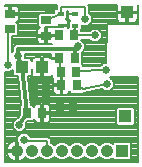
<source format=gbl>
G75*
%MOIN*%
%OFA0B0*%
%FSLAX25Y25*%
%IPPOS*%
%LPD*%
%AMOC8*
5,1,8,0,0,1.08239X$1,22.5*
%
%ADD10R,0.02756X0.03543*%
%ADD11R,0.03543X0.02756*%
%ADD12R,0.04331X0.03937*%
%ADD13R,0.04200X0.04200*%
%ADD14C,0.04200*%
%ADD15R,0.02165X0.01772*%
%ADD16C,0.00787*%
%ADD17R,0.02578X0.02578*%
%ADD18C,0.00800*%
%ADD19C,0.02578*%
%ADD20C,0.01200*%
D10*
X0011428Y0019031D03*
X0016546Y0019031D03*
X0023003Y0028283D03*
X0022767Y0032850D03*
X0022255Y0037260D03*
X0027373Y0037260D03*
X0027885Y0032850D03*
X0028121Y0028283D03*
X0027255Y0044937D03*
X0022137Y0044937D03*
D11*
X0017963Y0044858D03*
X0017963Y0049976D03*
X0005719Y0052102D03*
X0005719Y0046984D03*
D12*
X0009893Y0034268D03*
X0016585Y0034268D03*
D13*
X0043160Y0006394D03*
X0044263Y0017969D03*
X0044932Y0052575D03*
D14*
X0038160Y0006394D03*
X0033160Y0006394D03*
X0028160Y0006394D03*
X0023160Y0006394D03*
X0018160Y0006394D03*
X0013160Y0006394D03*
X0008160Y0006394D03*
D15*
X0022747Y0048224D03*
X0022747Y0051965D03*
X0027668Y0051965D03*
X0027668Y0048224D03*
D16*
X0004042Y0032677D02*
X0004042Y0002787D01*
X0048499Y0002787D01*
X0048499Y0031025D01*
X0039128Y0030899D01*
X0040443Y0029583D01*
X0040443Y0027692D01*
X0039106Y0026355D01*
X0037215Y0026355D01*
X0036636Y0026934D01*
X0030667Y0025794D01*
X0030198Y0025645D01*
X0030114Y0025689D01*
X0030073Y0025681D01*
X0029910Y0025518D01*
X0026331Y0025518D01*
X0025749Y0026100D01*
X0025749Y0026234D01*
X0025679Y0025974D01*
X0025496Y0025656D01*
X0025236Y0025397D01*
X0024919Y0025213D01*
X0024564Y0025118D01*
X0023298Y0025118D01*
X0023298Y0027988D01*
X0022707Y0027988D01*
X0020231Y0027988D01*
X0020231Y0026328D01*
X0020326Y0025974D01*
X0020510Y0025656D01*
X0020769Y0025397D01*
X0021087Y0025213D01*
X0021441Y0025118D01*
X0022707Y0025118D01*
X0022707Y0027988D01*
X0022707Y0028579D01*
X0020231Y0028579D01*
X0020231Y0030239D01*
X0020242Y0030278D01*
X0020090Y0030541D01*
X0019995Y0030895D01*
X0019995Y0031667D01*
X0019866Y0031443D01*
X0019607Y0031184D01*
X0019289Y0031000D01*
X0018934Y0030906D01*
X0016979Y0030906D01*
X0016979Y0033874D01*
X0016192Y0033874D01*
X0016192Y0030906D01*
X0014237Y0030906D01*
X0013882Y0031000D01*
X0013564Y0031184D01*
X0013305Y0031443D01*
X0013121Y0031761D01*
X0013052Y0032022D01*
X0013052Y0031888D01*
X0012469Y0031306D01*
X0011793Y0031306D01*
X0012751Y0021797D01*
X0013218Y0021797D01*
X0013800Y0021215D01*
X0013800Y0021081D01*
X0013869Y0021341D01*
X0014053Y0021659D01*
X0014312Y0021918D01*
X0014630Y0022102D01*
X0014985Y0022197D01*
X0016251Y0022197D01*
X0016251Y0019327D01*
X0016841Y0019327D01*
X0016841Y0022197D01*
X0018107Y0022197D01*
X0018462Y0022102D01*
X0018780Y0021918D01*
X0019039Y0021659D01*
X0019223Y0021341D01*
X0019318Y0020987D01*
X0019318Y0019327D01*
X0016841Y0019327D01*
X0016841Y0018736D01*
X0016841Y0015866D01*
X0018107Y0015866D01*
X0018462Y0015961D01*
X0018780Y0016145D01*
X0019039Y0016404D01*
X0019223Y0016722D01*
X0019318Y0017076D01*
X0019318Y0018736D01*
X0016841Y0018736D01*
X0016251Y0018736D01*
X0016251Y0015866D01*
X0014985Y0015866D01*
X0014630Y0015961D01*
X0014312Y0016145D01*
X0014053Y0016404D01*
X0013869Y0016722D01*
X0013800Y0016982D01*
X0013800Y0016848D01*
X0013218Y0016266D01*
X0011564Y0016266D01*
X0011270Y0015800D01*
X0011270Y0014228D01*
X0009933Y0012891D01*
X0008041Y0012891D01*
X0006704Y0014228D01*
X0006704Y0016119D01*
X0008041Y0017456D01*
X0008545Y0017456D01*
X0009056Y0018264D01*
X0009056Y0021215D01*
X0009556Y0021714D01*
X0008589Y0031306D01*
X0007316Y0031306D01*
X0006733Y0031888D01*
X0006733Y0033353D01*
X0005996Y0032615D01*
X0004104Y0032615D01*
X0004042Y0032677D01*
X0004042Y0032044D02*
X0006733Y0032044D01*
X0006733Y0032830D02*
X0006211Y0032830D01*
X0005050Y0034898D02*
X0005050Y0046315D01*
X0005719Y0046984D01*
X0006437Y0044613D02*
X0007903Y0044613D01*
X0008485Y0045195D01*
X0008485Y0048774D01*
X0007903Y0049356D01*
X0007768Y0049356D01*
X0008029Y0049426D01*
X0008347Y0049609D01*
X0008606Y0049869D01*
X0008790Y0050186D01*
X0008885Y0050541D01*
X0008885Y0051807D01*
X0006015Y0051807D01*
X0006015Y0052398D01*
X0005424Y0052398D01*
X0005424Y0054874D01*
X0004042Y0054874D01*
X0004042Y0055118D01*
X0021517Y0055118D01*
X0021359Y0054961D01*
X0021359Y0053844D01*
X0021253Y0053844D01*
X0020670Y0053262D01*
X0020670Y0052604D01*
X0020055Y0052348D01*
X0015780Y0052348D01*
X0015198Y0051766D01*
X0015198Y0048187D01*
X0015780Y0047605D01*
X0015914Y0047605D01*
X0015654Y0047535D01*
X0015336Y0047351D01*
X0015076Y0047092D01*
X0014893Y0046774D01*
X0014798Y0046420D01*
X0014798Y0045154D01*
X0017668Y0045154D01*
X0017668Y0047605D01*
X0018259Y0047605D01*
X0018259Y0045154D01*
X0017668Y0045154D01*
X0017668Y0044563D01*
X0014798Y0044563D01*
X0014798Y0043297D01*
X0014893Y0042942D01*
X0015076Y0042625D01*
X0015336Y0042365D01*
X0015654Y0042182D01*
X0016008Y0042087D01*
X0017668Y0042087D01*
X0017668Y0044563D01*
X0018259Y0044563D01*
X0018259Y0045154D01*
X0021129Y0045154D01*
X0021129Y0045232D01*
X0021841Y0045232D01*
X0021841Y0044642D01*
X0019365Y0044642D01*
X0019365Y0044563D01*
X0018259Y0044563D01*
X0018259Y0042087D01*
X0019866Y0042087D01*
X0019903Y0042050D01*
X0019937Y0042031D01*
X0008435Y0042003D01*
X0007776Y0042003D01*
X0007774Y0042002D01*
X0007772Y0042002D01*
X0007308Y0041535D01*
X0006842Y0041070D01*
X0006842Y0041067D01*
X0006841Y0041066D01*
X0006842Y0040408D01*
X0006842Y0039642D01*
X0006437Y0039238D01*
X0006437Y0044613D01*
X0006437Y0043833D02*
X0014798Y0043833D01*
X0014865Y0043047D02*
X0006437Y0043047D01*
X0006437Y0042261D02*
X0015516Y0042261D01*
X0017668Y0042261D02*
X0018259Y0042261D01*
X0018259Y0043047D02*
X0017668Y0043047D01*
X0017668Y0043833D02*
X0018259Y0043833D01*
X0018259Y0044619D02*
X0019365Y0044619D01*
X0018259Y0045405D02*
X0017668Y0045405D01*
X0017668Y0046191D02*
X0018259Y0046191D01*
X0018259Y0046977D02*
X0017668Y0046977D01*
X0017668Y0044619D02*
X0007909Y0044619D01*
X0008485Y0045405D02*
X0014798Y0045405D01*
X0014798Y0046191D02*
X0008485Y0046191D01*
X0008485Y0046977D02*
X0015010Y0046977D01*
X0015622Y0047763D02*
X0008485Y0047763D01*
X0008485Y0048548D02*
X0015198Y0048548D01*
X0015198Y0049334D02*
X0007924Y0049334D01*
X0008751Y0050120D02*
X0015198Y0050120D01*
X0015198Y0050906D02*
X0008885Y0050906D01*
X0008885Y0051692D02*
X0015198Y0051692D01*
X0017963Y0049976D02*
X0022747Y0051965D01*
X0022747Y0054386D01*
X0030759Y0054386D01*
X0030759Y0050094D01*
X0030877Y0050094D01*
X0030837Y0050488D01*
X0032146Y0052408D02*
X0032146Y0054961D01*
X0031988Y0055118D01*
X0041508Y0055118D01*
X0041438Y0054858D01*
X0041438Y0052881D01*
X0044626Y0052881D01*
X0044626Y0052268D01*
X0045238Y0052268D01*
X0045238Y0049081D01*
X0047215Y0049081D01*
X0047570Y0049176D01*
X0047888Y0049360D01*
X0048147Y0049619D01*
X0048331Y0049937D01*
X0048426Y0050291D01*
X0048426Y0052268D01*
X0045238Y0052268D01*
X0045238Y0052881D01*
X0048426Y0052881D01*
X0048426Y0054858D01*
X0048356Y0055118D01*
X0048499Y0055118D01*
X0048499Y0048638D01*
X0038081Y0048638D01*
X0037937Y0035566D01*
X0036782Y0035566D01*
X0035872Y0034656D01*
X0030256Y0034611D01*
X0030256Y0035034D01*
X0029744Y0035545D01*
X0029744Y0039199D01*
X0030837Y0040291D01*
X0030837Y0042182D01*
X0029626Y0043392D01*
X0029626Y0043536D01*
X0032333Y0043521D01*
X0033238Y0042615D01*
X0035129Y0042615D01*
X0036467Y0043952D01*
X0036467Y0045843D01*
X0035129Y0047180D01*
X0033238Y0047180D01*
X0032353Y0046295D01*
X0029626Y0046311D01*
X0029626Y0046809D01*
X0029744Y0046927D01*
X0029744Y0048353D01*
X0029892Y0048206D01*
X0031783Y0048206D01*
X0033120Y0049543D01*
X0033120Y0051434D01*
X0032146Y0052408D01*
X0032146Y0052478D02*
X0044626Y0052478D01*
X0044626Y0052268D02*
X0041438Y0052268D01*
X0041438Y0050291D01*
X0041533Y0049937D01*
X0041717Y0049619D01*
X0041976Y0049360D01*
X0042294Y0049176D01*
X0042648Y0049081D01*
X0044626Y0049081D01*
X0044626Y0052268D01*
X0044626Y0051692D02*
X0045238Y0051692D01*
X0045238Y0050906D02*
X0044626Y0050906D01*
X0044626Y0050120D02*
X0045238Y0050120D01*
X0045238Y0049334D02*
X0044626Y0049334D01*
X0042020Y0049334D02*
X0032912Y0049334D01*
X0032126Y0048548D02*
X0038081Y0048548D01*
X0038072Y0047763D02*
X0029744Y0047763D01*
X0029744Y0046977D02*
X0033035Y0046977D01*
X0034184Y0044898D02*
X0027255Y0044937D01*
X0027333Y0045665D01*
X0027668Y0048224D01*
X0025922Y0049852D02*
X0025592Y0049522D01*
X0025592Y0047702D01*
X0025465Y0047702D01*
X0025223Y0047460D01*
X0025223Y0048175D01*
X0022796Y0048175D01*
X0022796Y0048274D01*
X0025223Y0048274D01*
X0025223Y0049294D01*
X0025128Y0049648D01*
X0024945Y0049966D01*
X0024685Y0050225D01*
X0024493Y0050337D01*
X0024823Y0050667D01*
X0024823Y0052998D01*
X0025192Y0052998D01*
X0025192Y0052014D01*
X0027619Y0052014D01*
X0027619Y0051915D01*
X0025192Y0051915D01*
X0025192Y0050895D01*
X0025287Y0050541D01*
X0025470Y0050223D01*
X0025730Y0049963D01*
X0025922Y0049852D01*
X0025573Y0050120D02*
X0024790Y0050120D01*
X0024823Y0050906D02*
X0025192Y0050906D01*
X0025192Y0051692D02*
X0024823Y0051692D01*
X0024823Y0052478D02*
X0025192Y0052478D01*
X0025212Y0049334D02*
X0025592Y0049334D01*
X0025592Y0048548D02*
X0025223Y0048548D01*
X0025223Y0047763D02*
X0025592Y0047763D01*
X0029971Y0043047D02*
X0032806Y0043047D01*
X0030837Y0041475D02*
X0038002Y0041475D01*
X0037993Y0040689D02*
X0030837Y0040689D01*
X0030449Y0039903D02*
X0037985Y0039903D01*
X0037976Y0039118D02*
X0029744Y0039118D01*
X0029744Y0038332D02*
X0037967Y0038332D01*
X0037959Y0037546D02*
X0029744Y0037546D01*
X0029744Y0036760D02*
X0037950Y0036760D01*
X0037941Y0035974D02*
X0029744Y0035974D01*
X0030102Y0035188D02*
X0036403Y0035188D01*
X0037727Y0033283D02*
X0027885Y0033205D01*
X0027885Y0032850D01*
X0028121Y0028283D02*
X0030326Y0027142D01*
X0038160Y0028638D01*
X0039554Y0030472D02*
X0048499Y0030472D01*
X0048499Y0029687D02*
X0040340Y0029687D01*
X0040443Y0028901D02*
X0048499Y0028901D01*
X0048499Y0028115D02*
X0040443Y0028115D01*
X0040079Y0027329D02*
X0048499Y0027329D01*
X0048499Y0026543D02*
X0039294Y0026543D01*
X0037027Y0026543D02*
X0034587Y0026543D01*
X0030549Y0025757D02*
X0048499Y0025757D01*
X0048499Y0024971D02*
X0012431Y0024971D01*
X0012510Y0024185D02*
X0048499Y0024185D01*
X0048499Y0023399D02*
X0012590Y0023399D01*
X0012669Y0022613D02*
X0048499Y0022613D01*
X0048499Y0021827D02*
X0018871Y0021827D01*
X0019303Y0021042D02*
X0041730Y0021042D01*
X0041751Y0021062D02*
X0041169Y0020480D01*
X0041169Y0015457D01*
X0041751Y0014875D01*
X0046774Y0014875D01*
X0047356Y0015457D01*
X0047356Y0020480D01*
X0046774Y0021062D01*
X0041751Y0021062D01*
X0041169Y0020256D02*
X0019318Y0020256D01*
X0019318Y0019470D02*
X0041169Y0019470D01*
X0041169Y0018684D02*
X0019318Y0018684D01*
X0019318Y0017898D02*
X0041169Y0017898D01*
X0041169Y0017112D02*
X0019318Y0017112D01*
X0018961Y0016326D02*
X0041169Y0016326D01*
X0041169Y0015540D02*
X0011270Y0015540D01*
X0011270Y0014754D02*
X0048499Y0014754D01*
X0048499Y0013968D02*
X0011010Y0013968D01*
X0010224Y0013182D02*
X0048499Y0013182D01*
X0048499Y0012396D02*
X0011645Y0012396D01*
X0011547Y0012495D02*
X0009656Y0012495D01*
X0008319Y0011158D01*
X0008319Y0009267D01*
X0008467Y0009119D01*
X0008467Y0006700D01*
X0007854Y0006700D01*
X0007854Y0009887D01*
X0007816Y0009887D01*
X0007141Y0009753D01*
X0006505Y0009490D01*
X0005933Y0009107D01*
X0005446Y0008621D01*
X0005064Y0008049D01*
X0004801Y0007413D01*
X0004667Y0006738D01*
X0004667Y0006700D01*
X0007854Y0006700D01*
X0007854Y0006087D01*
X0008467Y0006087D01*
X0008467Y0002900D01*
X0008504Y0002900D01*
X0009179Y0003034D01*
X0009815Y0003298D01*
X0010387Y0003680D01*
X0010874Y0004167D01*
X0010929Y0004249D01*
X0011408Y0003771D01*
X0012545Y0003300D01*
X0013776Y0003300D01*
X0014913Y0003771D01*
X0015660Y0004519D01*
X0016408Y0003771D01*
X0017545Y0003300D01*
X0018776Y0003300D01*
X0019913Y0003771D01*
X0020660Y0004519D01*
X0021408Y0003771D01*
X0022545Y0003300D01*
X0023776Y0003300D01*
X0024913Y0003771D01*
X0025660Y0004519D01*
X0026408Y0003771D01*
X0027545Y0003300D01*
X0028776Y0003300D01*
X0029913Y0003771D01*
X0030660Y0004519D01*
X0031408Y0003771D01*
X0032545Y0003300D01*
X0033776Y0003300D01*
X0034913Y0003771D01*
X0035660Y0004519D01*
X0036408Y0003771D01*
X0037545Y0003300D01*
X0038776Y0003300D01*
X0039913Y0003771D01*
X0040067Y0003925D01*
X0040067Y0003882D01*
X0040649Y0003300D01*
X0045672Y0003300D01*
X0046254Y0003882D01*
X0046254Y0008905D01*
X0045672Y0009487D01*
X0040649Y0009487D01*
X0040067Y0008905D01*
X0040067Y0008863D01*
X0039913Y0009016D01*
X0038776Y0009487D01*
X0037545Y0009487D01*
X0036408Y0009016D01*
X0035660Y0008269D01*
X0034913Y0009016D01*
X0033776Y0009487D01*
X0032545Y0009487D01*
X0031408Y0009016D01*
X0030660Y0008269D01*
X0029913Y0009016D01*
X0028776Y0009487D01*
X0027545Y0009487D01*
X0026408Y0009016D01*
X0025660Y0008269D01*
X0024913Y0009016D01*
X0023776Y0009487D01*
X0022545Y0009487D01*
X0021408Y0009016D01*
X0020660Y0008269D01*
X0019913Y0009016D01*
X0019587Y0009151D01*
X0019587Y0010236D01*
X0018774Y0011049D01*
X0012884Y0011049D01*
X0012884Y0011158D01*
X0011547Y0012495D01*
X0012431Y0011611D02*
X0048499Y0011611D01*
X0048499Y0010825D02*
X0018998Y0010825D01*
X0019587Y0010039D02*
X0048499Y0010039D01*
X0048499Y0009253D02*
X0045906Y0009253D01*
X0046254Y0008467D02*
X0048499Y0008467D01*
X0048499Y0007681D02*
X0046254Y0007681D01*
X0046254Y0006895D02*
X0048499Y0006895D01*
X0048499Y0006109D02*
X0046254Y0006109D01*
X0046254Y0005323D02*
X0048499Y0005323D01*
X0048499Y0004537D02*
X0046254Y0004537D01*
X0046123Y0003751D02*
X0048499Y0003751D01*
X0048499Y0002966D02*
X0008834Y0002966D01*
X0008467Y0002966D02*
X0007854Y0002966D01*
X0007854Y0002900D02*
X0007854Y0006087D01*
X0004667Y0006087D01*
X0004667Y0006050D01*
X0004801Y0005375D01*
X0005064Y0004739D01*
X0005446Y0004167D01*
X0005933Y0003680D01*
X0006505Y0003298D01*
X0007141Y0003034D01*
X0007816Y0002900D01*
X0007854Y0002900D01*
X0007487Y0002966D02*
X0004042Y0002966D01*
X0004042Y0003751D02*
X0005862Y0003751D01*
X0005199Y0004537D02*
X0004042Y0004537D01*
X0004042Y0005323D02*
X0004822Y0005323D01*
X0004042Y0006109D02*
X0007854Y0006109D01*
X0007854Y0005323D02*
X0008467Y0005323D01*
X0008467Y0004537D02*
X0007854Y0004537D01*
X0007854Y0003751D02*
X0008467Y0003751D01*
X0010459Y0003751D02*
X0011455Y0003751D01*
X0008467Y0006895D02*
X0007854Y0006895D01*
X0007854Y0007681D02*
X0008467Y0007681D01*
X0008467Y0008467D02*
X0007854Y0008467D01*
X0007854Y0009253D02*
X0008333Y0009253D01*
X0008319Y0010039D02*
X0004042Y0010039D01*
X0004042Y0010825D02*
X0008319Y0010825D01*
X0008771Y0011611D02*
X0004042Y0011611D01*
X0004042Y0012396D02*
X0009557Y0012396D01*
X0007750Y0013182D02*
X0004042Y0013182D01*
X0004042Y0013968D02*
X0006964Y0013968D01*
X0006704Y0014754D02*
X0004042Y0014754D01*
X0004042Y0015540D02*
X0006704Y0015540D01*
X0006912Y0016326D02*
X0004042Y0016326D01*
X0004042Y0017112D02*
X0007698Y0017112D01*
X0008825Y0017898D02*
X0004042Y0017898D01*
X0004042Y0018684D02*
X0009056Y0018684D01*
X0009056Y0019470D02*
X0004042Y0019470D01*
X0004042Y0020256D02*
X0009056Y0020256D01*
X0009056Y0021042D02*
X0004042Y0021042D01*
X0004042Y0021827D02*
X0009544Y0021827D01*
X0009465Y0022613D02*
X0004042Y0022613D01*
X0004042Y0023399D02*
X0009386Y0023399D01*
X0009307Y0024185D02*
X0004042Y0024185D01*
X0004042Y0024971D02*
X0009228Y0024971D01*
X0009148Y0025757D02*
X0004042Y0025757D01*
X0004042Y0026543D02*
X0009069Y0026543D01*
X0008990Y0027329D02*
X0004042Y0027329D01*
X0004042Y0028115D02*
X0008911Y0028115D01*
X0008832Y0028901D02*
X0004042Y0028901D01*
X0004042Y0029687D02*
X0008752Y0029687D01*
X0008673Y0030472D02*
X0004042Y0030472D01*
X0004042Y0031258D02*
X0008594Y0031258D01*
X0011798Y0031258D02*
X0013490Y0031258D01*
X0011877Y0030472D02*
X0020129Y0030472D01*
X0020231Y0029687D02*
X0011956Y0029687D01*
X0012035Y0028901D02*
X0020231Y0028901D01*
X0020231Y0027329D02*
X0012194Y0027329D01*
X0012273Y0026543D02*
X0020231Y0026543D01*
X0020451Y0025757D02*
X0012352Y0025757D01*
X0013593Y0024937D02*
X0013948Y0023362D01*
X0013593Y0024937D02*
X0013278Y0033677D01*
X0013052Y0036514D02*
X0013052Y0036648D01*
X0012469Y0037230D01*
X0010718Y0037230D01*
X0010718Y0038821D01*
X0019483Y0038842D01*
X0019483Y0037555D01*
X0021959Y0037555D01*
X0021959Y0036965D01*
X0019940Y0036965D01*
X0019866Y0037092D01*
X0019607Y0037351D01*
X0019289Y0037535D01*
X0018934Y0037630D01*
X0016979Y0037630D01*
X0016979Y0034661D01*
X0016192Y0034661D01*
X0016192Y0037630D01*
X0014237Y0037630D01*
X0013882Y0037535D01*
X0013564Y0037351D01*
X0013305Y0037092D01*
X0013121Y0036774D01*
X0013052Y0036514D01*
X0013118Y0036760D02*
X0012940Y0036760D01*
X0013922Y0037546D02*
X0010718Y0037546D01*
X0010718Y0038332D02*
X0019483Y0038332D01*
X0019249Y0037546D02*
X0021959Y0037546D01*
X0021959Y0036964D02*
X0022550Y0036964D01*
X0022550Y0034094D01*
X0023062Y0034094D01*
X0023062Y0033146D01*
X0022471Y0033146D01*
X0022471Y0036016D01*
X0021959Y0036016D01*
X0021959Y0036964D01*
X0021959Y0036760D02*
X0022550Y0036760D01*
X0022550Y0035974D02*
X0022471Y0035974D01*
X0022471Y0035188D02*
X0022550Y0035188D01*
X0022550Y0034402D02*
X0022471Y0034402D01*
X0022471Y0033616D02*
X0023062Y0033616D01*
X0022767Y0032850D02*
X0022767Y0028283D01*
X0023003Y0028283D01*
X0022707Y0028115D02*
X0012114Y0028115D01*
X0016192Y0031258D02*
X0016979Y0031258D01*
X0016979Y0032044D02*
X0016192Y0032044D01*
X0016192Y0032830D02*
X0016979Y0032830D01*
X0016979Y0033616D02*
X0016192Y0033616D01*
X0016192Y0035188D02*
X0016979Y0035188D01*
X0016979Y0035974D02*
X0016192Y0035974D01*
X0016192Y0036760D02*
X0016979Y0036760D01*
X0016979Y0037546D02*
X0016192Y0037546D01*
X0019681Y0031258D02*
X0019995Y0031258D01*
X0022471Y0031449D02*
X0022471Y0032555D01*
X0023062Y0032555D01*
X0023062Y0029685D01*
X0023298Y0029685D01*
X0023298Y0028579D01*
X0022707Y0028579D01*
X0022707Y0031449D01*
X0022471Y0031449D01*
X0022707Y0031258D02*
X0023062Y0031258D01*
X0023062Y0030472D02*
X0022707Y0030472D01*
X0022707Y0029687D02*
X0023062Y0029687D01*
X0023298Y0028901D02*
X0022707Y0028901D01*
X0022707Y0027329D02*
X0023298Y0027329D01*
X0023298Y0026543D02*
X0022707Y0026543D01*
X0022707Y0025757D02*
X0023298Y0025757D01*
X0025554Y0025757D02*
X0026092Y0025757D01*
X0023062Y0032044D02*
X0022471Y0032044D01*
X0016841Y0021827D02*
X0016251Y0021827D01*
X0016251Y0021042D02*
X0016841Y0021042D01*
X0016841Y0020256D02*
X0016251Y0020256D01*
X0016251Y0019470D02*
X0016841Y0019470D01*
X0016841Y0018684D02*
X0016251Y0018684D01*
X0016251Y0017898D02*
X0016841Y0017898D01*
X0016841Y0017112D02*
X0016251Y0017112D01*
X0016251Y0016326D02*
X0016841Y0016326D01*
X0014131Y0016326D02*
X0013277Y0016326D01*
X0012748Y0021827D02*
X0014221Y0021827D01*
X0010601Y0010213D02*
X0011152Y0009661D01*
X0018200Y0009661D01*
X0018200Y0006394D01*
X0018160Y0006394D01*
X0020462Y0008467D02*
X0020858Y0008467D01*
X0021979Y0009253D02*
X0019587Y0009253D01*
X0019865Y0003751D02*
X0021455Y0003751D01*
X0024865Y0003751D02*
X0026455Y0003751D01*
X0029865Y0003751D02*
X0031455Y0003751D01*
X0034865Y0003751D02*
X0036455Y0003751D01*
X0039865Y0003751D02*
X0040197Y0003751D01*
X0040414Y0009253D02*
X0039342Y0009253D01*
X0036979Y0009253D02*
X0034342Y0009253D01*
X0035462Y0008467D02*
X0035858Y0008467D01*
X0031979Y0009253D02*
X0029342Y0009253D01*
X0030462Y0008467D02*
X0030858Y0008467D01*
X0026979Y0009253D02*
X0024342Y0009253D01*
X0025462Y0008467D02*
X0025858Y0008467D01*
X0016455Y0003751D02*
X0014865Y0003751D01*
X0006151Y0009253D02*
X0004042Y0009253D01*
X0004042Y0008467D02*
X0005344Y0008467D01*
X0004912Y0007681D02*
X0004042Y0007681D01*
X0004042Y0006895D02*
X0004698Y0006895D01*
X0006437Y0039903D02*
X0006842Y0039903D01*
X0006841Y0040689D02*
X0006437Y0040689D01*
X0006437Y0041475D02*
X0007248Y0041475D01*
X0006015Y0052398D02*
X0008885Y0052398D01*
X0008885Y0053664D01*
X0008790Y0054018D01*
X0008606Y0054336D01*
X0008347Y0054596D01*
X0008029Y0054779D01*
X0007674Y0054874D01*
X0006015Y0054874D01*
X0006015Y0052398D01*
X0006015Y0052478D02*
X0005424Y0052478D01*
X0005424Y0053264D02*
X0006015Y0053264D01*
X0006015Y0054050D02*
X0005424Y0054050D01*
X0005424Y0054836D02*
X0006015Y0054836D01*
X0007817Y0054836D02*
X0021359Y0054836D01*
X0021359Y0054050D02*
X0008771Y0054050D01*
X0008885Y0053264D02*
X0020672Y0053264D01*
X0020367Y0052478D02*
X0008885Y0052478D01*
X0030757Y0042261D02*
X0038011Y0042261D01*
X0038020Y0043047D02*
X0035561Y0043047D01*
X0036347Y0043833D02*
X0038028Y0043833D01*
X0038037Y0044619D02*
X0036467Y0044619D01*
X0036467Y0045405D02*
X0038046Y0045405D01*
X0038054Y0046191D02*
X0036119Y0046191D01*
X0035333Y0046977D02*
X0038063Y0046977D01*
X0041484Y0050120D02*
X0033120Y0050120D01*
X0033120Y0050906D02*
X0041438Y0050906D01*
X0041438Y0051692D02*
X0032862Y0051692D01*
X0032146Y0053264D02*
X0041438Y0053264D01*
X0041438Y0054050D02*
X0032146Y0054050D01*
X0032146Y0054836D02*
X0041438Y0054836D01*
X0045238Y0052478D02*
X0048499Y0052478D01*
X0048499Y0051692D02*
X0048426Y0051692D01*
X0048426Y0050906D02*
X0048499Y0050906D01*
X0048499Y0050120D02*
X0048380Y0050120D01*
X0048499Y0049334D02*
X0047844Y0049334D01*
X0048426Y0053264D02*
X0048499Y0053264D01*
X0048499Y0054050D02*
X0048426Y0054050D01*
X0048426Y0054836D02*
X0048499Y0054836D01*
X0048499Y0021042D02*
X0046795Y0021042D01*
X0047356Y0020256D02*
X0048499Y0020256D01*
X0048499Y0019470D02*
X0047356Y0019470D01*
X0047356Y0018684D02*
X0048499Y0018684D01*
X0048499Y0017898D02*
X0047356Y0017898D01*
X0047356Y0017112D02*
X0048499Y0017112D01*
X0048499Y0016326D02*
X0047356Y0016326D01*
X0047356Y0015540D02*
X0048499Y0015540D01*
D17*
X0026861Y0019268D03*
X0026743Y0022575D03*
X0022452Y0022811D03*
X0022530Y0019189D03*
X0017885Y0023362D03*
X0017806Y0026591D03*
X0017924Y0029701D03*
X0013751Y0029583D03*
X0013711Y0026472D03*
X0013948Y0023362D03*
X0018908Y0053598D03*
D18*
X0022747Y0048224D02*
X0022747Y0047575D01*
X0017885Y0047575D01*
X0017885Y0044858D01*
X0017963Y0044858D01*
D19*
X0008436Y0038008D03*
X0005050Y0034898D03*
X0008987Y0015173D03*
X0010601Y0010213D03*
X0028554Y0041236D03*
X0034184Y0044898D03*
X0030837Y0050488D03*
X0037727Y0033283D03*
X0038160Y0028638D03*
D20*
X0028554Y0040409D02*
X0028554Y0041236D01*
X0028554Y0040409D02*
X0024893Y0040449D01*
X0027373Y0040449D01*
X0027373Y0037260D01*
X0024893Y0040449D02*
X0008436Y0040409D01*
X0008436Y0038008D01*
X0008751Y0037142D01*
X0009893Y0034268D01*
X0011428Y0019031D01*
X0008987Y0015173D01*
M02*

</source>
